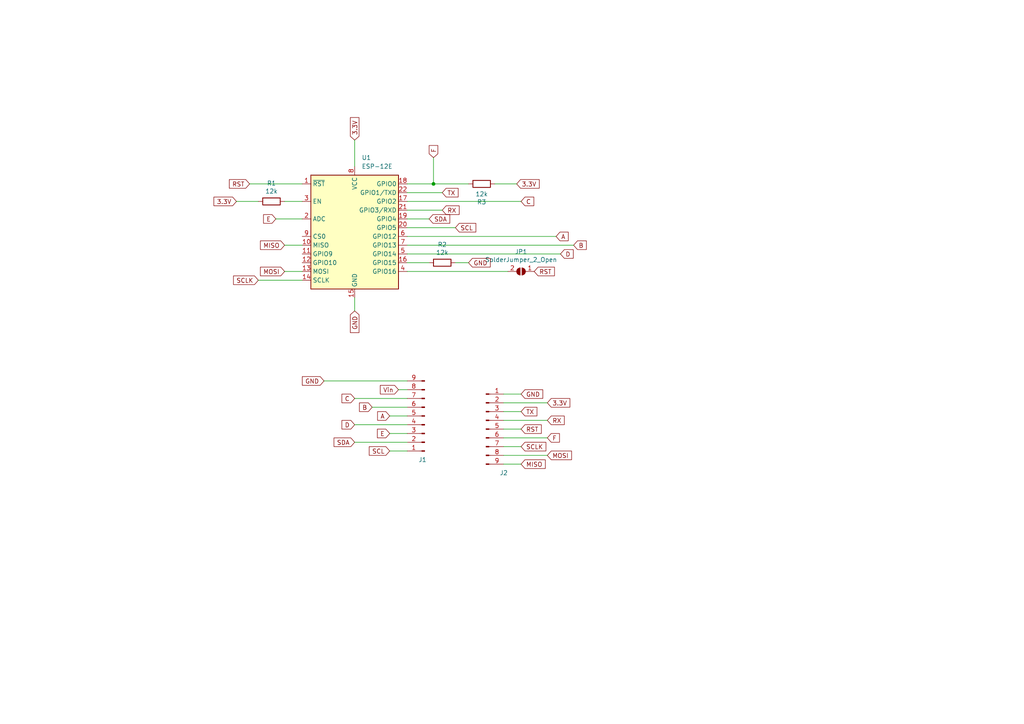
<source format=kicad_sch>
(kicad_sch (version 20211123) (generator eeschema)
  (paper "A4")
  (lib_symbols
    (symbol "Connector:Conn_01x09_Male" (pin_names (offset 1.016) hide)
      (property "Reference" "J" (at 0 12.7 0))
      (property "Value" "Conn_01x09_Male" (at 0 -12.7 0))
      (symbol "Conn_01x09_Male_1_1"
        (polyline (pts (xy 1.27 -10.16) (xy 0.8636 -10.16)) (stroke (width 0.1524)))
        (polyline (pts (xy 1.27 -7.62) (xy 0.8636 -7.62)) (stroke (width 0.1524)))
        (polyline (pts (xy 1.27 -5.08) (xy 0.8636 -5.08)) (stroke (width 0.1524)))
        (polyline (pts (xy 1.27 -2.54) (xy 0.8636 -2.54)) (stroke (width 0.1524)))
        (polyline (pts (xy 1.27 0) (xy 0.8636 0)) (stroke (width 0.1524)))
        (polyline (pts (xy 1.27 2.54) (xy 0.8636 2.54)) (stroke (width 0.1524)))
        (polyline (pts (xy 1.27 5.08) (xy 0.8636 5.08)) (stroke (width 0.1524)))
        (polyline (pts (xy 1.27 7.62) (xy 0.8636 7.62)) (stroke (width 0.1524)))
        (polyline (pts (xy 1.27 10.16) (xy 0.8636 10.16)) (stroke (width 0.1524)))
        (rectangle (start 0.8636 -10.033) (end 0 -10.287) (stroke (width 0.1524)) (fill (type outline)))
        (rectangle (start 0.8636 -7.493) (end 0 -7.747) (stroke (width 0.1524)) (fill (type outline)))
        (rectangle (start 0.8636 -4.953) (end 0 -5.207) (stroke (width 0.1524)) (fill (type outline)))
        (rectangle (start 0.8636 -2.413) (end 0 -2.667) (stroke (width 0.1524)) (fill (type outline)))
        (rectangle (start 0.8636 0.127) (end 0 -0.127) (stroke (width 0.1524)) (fill (type outline)))
        (rectangle (start 0.8636 2.667) (end 0 2.413) (stroke (width 0.1524)) (fill (type outline)))
        (rectangle (start 0.8636 5.207) (end 0 4.953) (stroke (width 0.1524)) (fill (type outline)))
        (rectangle (start 0.8636 7.747) (end 0 7.493) (stroke (width 0.1524)) (fill (type outline)))
        (rectangle (start 0.8636 10.287) (end 0 10.033) (stroke (width 0.1524)) (fill (type outline)))
        (pin passive line (at 5.08 10.16 180) (length 3.81) (name "Pin_1") (number "1"))
        (pin passive line (at 5.08 7.62 180) (length 3.81) (name "Pin_2") (number "2"))
        (pin passive line (at 5.08 5.08 180) (length 3.81) (name "Pin_3") (number "3"))
        (pin passive line (at 5.08 2.54 180) (length 3.81) (name "Pin_4") (number "4"))
        (pin passive line (at 5.08 0 180) (length 3.81) (name "Pin_5") (number "5"))
        (pin passive line (at 5.08 -2.54 180) (length 3.81) (name "Pin_6") (number "6"))
        (pin passive line (at 5.08 -5.08 180) (length 3.81) (name "Pin_7") (number "7"))
        (pin passive line (at 5.08 -7.62 180) (length 3.81) (name "Pin_8") (number "8"))
        (pin passive line (at 5.08 -10.16 180) (length 3.81) (name "Pin_9") (number "9"))
      )
    )
    (symbol "Device:R" (pin_numbers hide) (pin_names (offset 0))
      (property "Reference" "R" (at 2.032 0 90))
      (property "Value" "R" (at 0 0 90))
      (symbol "R_0_1"
        (rectangle (start -1.016 -2.54) (end 1.016 2.54) (stroke (width 0.254)))
      )
      (symbol "R_1_1"
        (pin passive line (at 0 3.81 270) (length 1.27) (name "~") (number "1"))
        (pin passive line (at 0 -3.81 90) (length 1.27) (name "~") (number "2"))
      )
    )
    (symbol "Jumper:SolderJumper_2_Open" (pin_names (offset 0) hide)
      (property "Reference" "JP" (at 0 2.032 0))
      (property "Value" "SolderJumper_2_Open" (at 0 -2.54 0))
      (symbol "SolderJumper_2_Open_0_1"
        (arc (start -0.254 1.016) (mid -1.27 0) (end -0.254 -1.016))
        (arc (start -0.254 1.016) (mid -1.27 0) (end -0.254 -1.016) (fill (type outline)))
        (polyline (pts (xy -0.254 1.016) (xy -0.254 -1.016)))
        (polyline (pts (xy 0.254 1.016) (xy 0.254 -1.016)))
        (arc (start 0.254 -1.016) (mid 1.27 0) (end 0.254 1.016))
        (arc (start 0.254 -1.016) (mid 1.27 0) (end 0.254 1.016) (fill (type outline)))
      )
      (symbol "SolderJumper_2_Open_1_1"
        (pin passive line (at -3.81 0 0) (length 2.54) (name "A") (number "1"))
        (pin passive line (at 3.81 0 180) (length 2.54) (name "B") (number "2"))
      )
    )
    (symbol "RF_Module:ESP-12E"
      (property "Reference" "U" (at -12.7 19.05 0))
      (property "Value" "ESP-12E" (at 12.7 19.05 0))
      (symbol "ESP-12E_0_1"
        (rectangle (start -12.7 17.78) (end 12.7 -15.24) (stroke (width 0.254)) (fill (type background)))
      )
      (symbol "ESP-12E_1_1"
        (pin input line (at -15.24 15.24 0) (length 2.54) (name "~{RST}") (number "1"))
        (pin bidirectional line (at -15.24 -2.54 0) (length 2.54) (name "MISO") (number "10"))
        (pin bidirectional line (at -15.24 -5.08 0) (length 2.54) (name "GPIO9") (number "11"))
        (pin bidirectional line (at -15.24 -7.62 0) (length 2.54) (name "GPIO10") (number "12"))
        (pin bidirectional line (at -15.24 -10.16 0) (length 2.54) (name "MOSI") (number "13"))
        (pin bidirectional line (at -15.24 -12.7 0) (length 2.54) (name "SCLK") (number "14"))
        (pin power_in line (at 0 -17.78 90) (length 2.54) (name "GND") (number "15"))
        (pin bidirectional line (at 15.24 -7.62 180) (length 2.54) (name "GPIO15") (number "16"))
        (pin bidirectional line (at 15.24 10.16 180) (length 2.54) (name "GPIO2") (number "17"))
        (pin bidirectional line (at 15.24 15.24 180) (length 2.54) (name "GPIO0") (number "18"))
        (pin bidirectional line (at 15.24 5.08 180) (length 2.54) (name "GPIO4") (number "19"))
        (pin input line (at -15.24 5.08 0) (length 2.54) (name "ADC") (number "2"))
        (pin bidirectional line (at 15.24 2.54 180) (length 2.54) (name "GPIO5") (number "20"))
        (pin bidirectional line (at 15.24 7.62 180) (length 2.54) (name "GPIO3/RXD") (number "21"))
        (pin bidirectional line (at 15.24 12.7 180) (length 2.54) (name "GPIO1/TXD") (number "22"))
        (pin input line (at -15.24 10.16 0) (length 2.54) (name "EN") (number "3"))
        (pin bidirectional line (at 15.24 -10.16 180) (length 2.54) (name "GPIO16") (number "4"))
        (pin bidirectional line (at 15.24 -5.08 180) (length 2.54) (name "GPIO14") (number "5"))
        (pin bidirectional line (at 15.24 0 180) (length 2.54) (name "GPIO12") (number "6"))
        (pin bidirectional line (at 15.24 -2.54 180) (length 2.54) (name "GPIO13") (number "7"))
        (pin power_in line (at 0 20.32 270) (length 2.54) (name "VCC") (number "8"))
        (pin input line (at -15.24 0 0) (length 2.54) (name "CS0") (number "9"))
      )
    )
  )
  (junction (at 125.73 53.34))
  (wire (pts (xy 151.13 129.54) (xy 146.05 129.54)))
  (wire (pts (xy 151.13 134.62) (xy 146.05 134.62)))
  (wire (pts (xy 82.55 71.12) (xy 87.63 71.12)))
  (wire (pts (xy 151.13 114.3) (xy 146.05 114.3)))
  (wire (pts (xy 149.86 53.34) (xy 143.51 53.34)))
  (wire (pts (xy 118.11 58.42) (xy 151.13 58.42)))
  (wire (pts (xy 151.13 124.46) (xy 146.05 124.46)))
  (wire (pts (xy 118.11 66.04) (xy 132.08 66.04)))
  (wire (pts (xy 118.11 78.74) (xy 147.32 78.74)))
  (wire (pts (xy 158.75 132.08) (xy 146.05 132.08)))
  (wire (pts (xy 118.11 76.2) (xy 124.46 76.2)))
  (wire (pts (xy 118.11 130.81) (xy 113.03 130.81)))
  (wire (pts (xy 118.11 125.73) (xy 113.03 125.73)))
  (wire (pts (xy 102.87 86.36) (xy 102.87 90.17)))
  (wire (pts (xy 118.11 123.19) (xy 102.87 123.19)))
  (wire (pts (xy 74.93 81.28) (xy 87.63 81.28)))
  (wire (pts (xy 118.11 73.66) (xy 162.56 73.66)))
  (wire (pts (xy 151.13 119.38) (xy 146.05 119.38)))
  (wire (pts (xy 118.11 71.12) (xy 166.37 71.12)))
  (wire (pts (xy 80.01 63.5) (xy 87.63 63.5)))
  (wire (pts (xy 118.11 53.34) (xy 125.73 53.34)))
  (wire (pts (xy 158.75 121.92) (xy 146.05 121.92)))
  (wire (pts (xy 118.11 60.96) (xy 128.27 60.96)))
  (wire (pts (xy 118.11 110.49) (xy 93.98 110.49)))
  (wire (pts (xy 118.11 118.11) (xy 107.95 118.11)))
  (wire (pts (xy 82.55 78.74) (xy 87.63 78.74)))
  (wire (pts (xy 118.11 128.27) (xy 102.87 128.27)))
  (wire (pts (xy 118.11 55.88) (xy 128.27 55.88)))
  (wire (pts (xy 118.11 115.57) (xy 102.87 115.57)))
  (wire (pts (xy 158.75 127) (xy 146.05 127)))
  (wire (pts (xy 158.75 116.84) (xy 146.05 116.84)))
  (wire (pts (xy 118.11 63.5) (xy 124.46 63.5)))
  (wire (pts (xy 118.11 120.65) (xy 113.03 120.65)))
  (wire (pts (xy 132.08 76.2) (xy 135.89 76.2)))
  (wire (pts (xy 68.58 58.42) (xy 74.93 58.42)))
  (wire (pts (xy 125.73 53.34) (xy 135.89 53.34)))
  (wire (pts (xy 125.73 45.72) (xy 125.73 53.34)))
  (wire (pts (xy 102.87 40.64) (xy 102.87 48.26)))
  (wire (pts (xy 118.11 113.03) (xy 115.57 113.03)))
  (wire (pts (xy 82.55 58.42) (xy 87.63 58.42)))
  (wire (pts (xy 118.11 68.58) (xy 161.29 68.58)))
  (wire (pts (xy 72.39 53.34) (xy 87.63 53.34)))
  (global_label "RST" (shape input) (at 72.39 53.34 180) (property "Intersheet References" "${INTERSHEET_REFS}" (effects hide)))
  (global_label "D" (shape input) (at 102.87 123.19 180) (property "Intersheet References" "${INTERSHEET_REFS}" (effects hide)))
  (global_label "TX" (shape input) (at 128.27 55.88 0) (property "Intersheet References" "${INTERSHEET_REFS}" (effects hide)))
  (global_label "MOSI" (shape input) (at 82.55 78.74 180) (property "Intersheet References" "${INTERSHEET_REFS}" (effects hide)))
  (global_label "MISO" (shape input) (at 82.55 71.12 180) (property "Intersheet References" "${INTERSHEET_REFS}" (effects hide)))
  (global_label "RST" (shape input) (at 154.94 78.74 0) (property "Intersheet References" "${INTERSHEET_REFS}" (effects hide)))
  (global_label "RST" (shape input) (at 151.13 124.46 0) (property "Intersheet References" "${INTERSHEET_REFS}" (effects hide)))
  (global_label "3.3V" (shape input) (at 68.58 58.42 180) (property "Intersheet References" "${INTERSHEET_REFS}" (effects hide)))
  (global_label "3.3V" (shape input) (at 149.86 53.34 0) (property "Intersheet References" "${INTERSHEET_REFS}" (effects hide)))
  (global_label "SCLK" (shape input) (at 151.13 129.54 0) (property "Intersheet References" "${INTERSHEET_REFS}" (effects hide)))
  (global_label "A" (shape input) (at 113.03 120.65 180) (property "Intersheet References" "${INTERSHEET_REFS}" (effects hide)))
  (global_label "E" (shape input) (at 113.03 125.73 180) (property "Intersheet References" "${INTERSHEET_REFS}" (effects hide)))
  (global_label "D" (shape input) (at 162.56 73.66 0) (property "Intersheet References" "${INTERSHEET_REFS}" (effects hide)))
  (global_label "B" (shape input) (at 166.37 71.12 0) (property "Intersheet References" "${INTERSHEET_REFS}" (effects hide)))
  (global_label "GND" (shape input) (at 102.87 90.17 270) (property "Intersheet References" "${INTERSHEET_REFS}" (effects hide)))
  (global_label "B" (shape input) (at 107.95 118.11 180) (property "Intersheet References" "${INTERSHEET_REFS}" (effects hide)))
  (global_label "MISO" (shape input) (at 151.13 134.62 0) (property "Intersheet References" "${INTERSHEET_REFS}" (effects hide)))
  (global_label "C" (shape input) (at 102.87 115.57 180) (property "Intersheet References" "${INTERSHEET_REFS}" (effects hide)))
  (global_label "C" (shape input) (at 151.13 58.42 0) (property "Intersheet References" "${INTERSHEET_REFS}" (effects hide)))
  (global_label "GND" (shape input) (at 135.89 76.2 0) (property "Intersheet References" "${INTERSHEET_REFS}" (effects hide)))
  (global_label "E" (shape input) (at 80.01 63.5 180) (property "Intersheet References" "${INTERSHEET_REFS}" (effects hide)))
  (global_label "SCL" (shape input) (at 113.03 130.81 180) (property "Intersheet References" "${INTERSHEET_REFS}" (effects hide)))
  (global_label "GND" (shape input) (at 93.98 110.49 180) (property "Intersheet References" "${INTERSHEET_REFS}" (effects hide)))
  (global_label "F" (shape input) (at 158.75 127 0) (property "Intersheet References" "${INTERSHEET_REFS}" (effects hide)))
  (global_label "TX" (shape input) (at 151.13 119.38 0) (property "Intersheet References" "${INTERSHEET_REFS}" (effects hide)))
  (global_label "3.3V" (shape input) (at 158.75 116.84 0) (property "Intersheet References" "${INTERSHEET_REFS}" (effects hide)))
  (global_label "F" (shape input) (at 125.73 45.72 90) (property "Intersheet References" "${INTERSHEET_REFS}" (effects hide)))
  (global_label "RX" (shape input) (at 128.27 60.96 0) (property "Intersheet References" "${INTERSHEET_REFS}" (effects hide)))
  (global_label "A" (shape input) (at 161.29 68.58 0) (property "Intersheet References" "${INTERSHEET_REFS}" (effects hide)))
  (global_label "SCL" (shape input) (at 132.08 66.04 0) (property "Intersheet References" "${INTERSHEET_REFS}" (effects hide)))
  (global_label "GND" (shape input) (at 151.13 114.3 0) (property "Intersheet References" "${INTERSHEET_REFS}" (effects hide)))
  (global_label "3.3V" (shape input) (at 102.87 40.64 90) (property "Intersheet References" "${INTERSHEET_REFS}" (effects hide)))
  (global_label "Vin" (shape input) (at 115.57 113.03 180) (property "Intersheet References" "${INTERSHEET_REFS}" (effects hide)))
  (global_label "MOSI" (shape input) (at 158.75 132.08 0) (property "Intersheet References" "${INTERSHEET_REFS}" (effects hide)))
  (global_label "SDA" (shape input) (at 124.46 63.5 0) (property "Intersheet References" "${INTERSHEET_REFS}" (effects hide)))
  (global_label "SDA" (shape input) (at 102.87 128.27 180) (property "Intersheet References" "${INTERSHEET_REFS}" (effects hide)))
  (global_label "SCLK" (shape input) (at 74.93 81.28 180) (property "Intersheet References" "${INTERSHEET_REFS}" (effects hide)))
  (global_label "RX" (shape input) (at 158.75 121.92 0) (property "Intersheet References" "${INTERSHEET_REFS}" (effects hide)))
  (symbol (lib_id "RF_Module:ESP-12E") (at 102.87 68.58 0) (unit 1)
    (property "Reference" "U1" (at 104.8894 45.72 0) (effects (justify left)))
    (property "Value" "ESP-12E" (at 104.8894 48.26 0) (effects (justify left)))
    (property "Footprint" "RF_Module:ESP-12E" (effects hide))
    (property "Datasheet" "http://wiki.ai-thinker.com/_media/esp8266/esp8266_series_modules_user_manual_v1.1.pdf" (effects hide))
  )
  (symbol (lib_id "Connector:Conn_01x09_Male") (at 123.19 120.65 180) (unit 1)
    (property "Reference" "J1" (at 122.555 133.35 0))
    (property "Value" "Conn_01x08_Male" (effects hide))
    (property "Footprint" "Connector_PinHeader_2.54mm:PinHeader_1x09_P2.54mm_Vertical" (effects hide))
  )
  (symbol (lib_id "Connector:Conn_01x09_Male") (at 140.97 124.46 0) (unit 1)
    (property "Reference" "J2" (at 147.32 137.16 0) (effects (justify right)))
    (property "Value" "Conn_01x08_Male" (effects hide))
    (property "Footprint" "Connector_PinHeader_2.54mm:PinHeader_1x09_P2.54mm_Vertical" (effects hide))
  )
  (symbol (lib_id "Device:R") (at 139.7 53.34 90) (unit 1)
    (property "Reference" "R3" (at 139.7 58.5978 90))
    (property "Value" "12k" (at 139.7 56.2864 90))
    (property "Footprint" "Resistor_SMD:R_1206_3216Metric_Pad1.30x1.75mm_HandSolder" (effects hide))
  )
  (symbol (lib_id "Jumper:SolderJumper_2_Open") (at 151.13 78.74 180) (unit 1)
    (property "Reference" "JP1" (at 151.13 73.025 0))
    (property "Value" "SolderJumper_2_Open" (at 151.13 75.3364 0))
    (property "Footprint" "Jumper:SolderJumper-2_P1.3mm_Open_RoundedPad1.0x1.5mm" (effects hide))
  )
  (symbol (lib_id "Device:R") (at 78.74 58.42 270) (unit 1)
    (property "Reference" "R1" (at 78.74 53.1622 90))
    (property "Value" "12k" (at 78.74 55.4736 90))
    (property "Footprint" "Resistor_SMD:R_1206_3216Metric_Pad1.30x1.75mm_HandSolder" (effects hide))
  )
  (symbol (lib_id "Device:R") (at 128.27 76.2 270) (unit 1)
    (property "Reference" "R2" (at 128.27 70.9422 90))
    (property "Value" "12k" (at 128.27 73.2536 90))
    (property "Footprint" "Resistor_SMD:R_1206_3216Metric_Pad1.30x1.75mm_HandSolder" (effects hide))
  )
)
</source>
